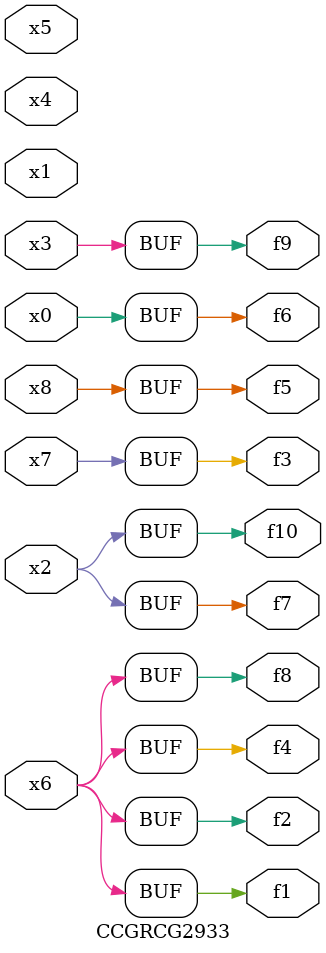
<source format=v>
module CCGRCG2933(
	input x0, x1, x2, x3, x4, x5, x6, x7, x8,
	output f1, f2, f3, f4, f5, f6, f7, f8, f9, f10
);
	assign f1 = x6;
	assign f2 = x6;
	assign f3 = x7;
	assign f4 = x6;
	assign f5 = x8;
	assign f6 = x0;
	assign f7 = x2;
	assign f8 = x6;
	assign f9 = x3;
	assign f10 = x2;
endmodule

</source>
